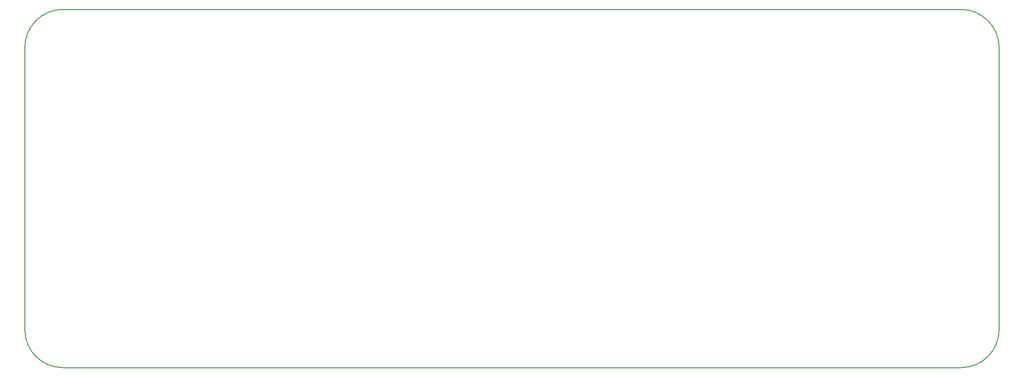
<source format=gbr>
%TF.GenerationSoftware,KiCad,Pcbnew,5.1.9*%
%TF.CreationDate,2021-01-24T16:08:06-08:00*%
%TF.ProjectId,TeensyDisplayShield,5465656e-7379-4446-9973-706c61795368,rev?*%
%TF.SameCoordinates,Original*%
%TF.FileFunction,Profile,NP*%
%FSLAX46Y46*%
G04 Gerber Fmt 4.6, Leading zero omitted, Abs format (unit mm)*
G04 Created by KiCad (PCBNEW 5.1.9) date 2021-01-24 16:08:06*
%MOMM*%
%LPD*%
G01*
G04 APERTURE LIST*
%TA.AperFunction,Profile*%
%ADD10C,0.150000*%
%TD*%
G04 APERTURE END LIST*
D10*
X35560000Y-83200000D02*
G75*
G02*
X42560000Y-76200000I7000000J0D01*
G01*
X42560000Y-142240000D02*
G75*
G02*
X35560000Y-135240000I0J7000000D01*
G01*
X207884000Y-76200000D02*
G75*
G02*
X214884000Y-83200000I0J-7000000D01*
G01*
X214884000Y-135240000D02*
G75*
G02*
X207884000Y-142240000I-7000000J0D01*
G01*
X42560000Y-142240000D02*
X207884000Y-142240000D01*
X35560000Y-83200000D02*
X35560000Y-135240000D01*
X207884000Y-76200000D02*
X42560000Y-76200000D01*
X214884000Y-135240000D02*
X214884000Y-83200000D01*
M02*

</source>
